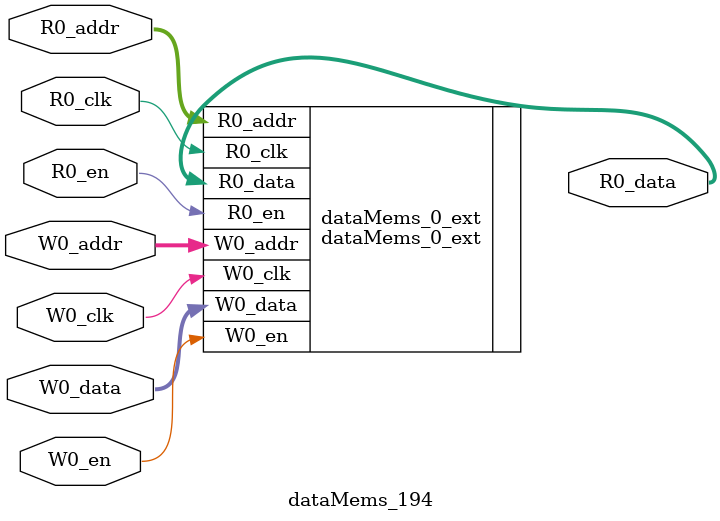
<source format=sv>
`ifndef RANDOMIZE
  `ifdef RANDOMIZE_REG_INIT
    `define RANDOMIZE
  `endif // RANDOMIZE_REG_INIT
`endif // not def RANDOMIZE
`ifndef RANDOMIZE
  `ifdef RANDOMIZE_MEM_INIT
    `define RANDOMIZE
  `endif // RANDOMIZE_MEM_INIT
`endif // not def RANDOMIZE

`ifndef RANDOM
  `define RANDOM $random
`endif // not def RANDOM

// Users can define 'PRINTF_COND' to add an extra gate to prints.
`ifndef PRINTF_COND_
  `ifdef PRINTF_COND
    `define PRINTF_COND_ (`PRINTF_COND)
  `else  // PRINTF_COND
    `define PRINTF_COND_ 1
  `endif // PRINTF_COND
`endif // not def PRINTF_COND_

// Users can define 'ASSERT_VERBOSE_COND' to add an extra gate to assert error printing.
`ifndef ASSERT_VERBOSE_COND_
  `ifdef ASSERT_VERBOSE_COND
    `define ASSERT_VERBOSE_COND_ (`ASSERT_VERBOSE_COND)
  `else  // ASSERT_VERBOSE_COND
    `define ASSERT_VERBOSE_COND_ 1
  `endif // ASSERT_VERBOSE_COND
`endif // not def ASSERT_VERBOSE_COND_

// Users can define 'STOP_COND' to add an extra gate to stop conditions.
`ifndef STOP_COND_
  `ifdef STOP_COND
    `define STOP_COND_ (`STOP_COND)
  `else  // STOP_COND
    `define STOP_COND_ 1
  `endif // STOP_COND
`endif // not def STOP_COND_

// Users can define INIT_RANDOM as general code that gets injected into the
// initializer block for modules with registers.
`ifndef INIT_RANDOM
  `define INIT_RANDOM
`endif // not def INIT_RANDOM

// If using random initialization, you can also define RANDOMIZE_DELAY to
// customize the delay used, otherwise 0.002 is used.
`ifndef RANDOMIZE_DELAY
  `define RANDOMIZE_DELAY 0.002
`endif // not def RANDOMIZE_DELAY

// Define INIT_RANDOM_PROLOG_ for use in our modules below.
`ifndef INIT_RANDOM_PROLOG_
  `ifdef RANDOMIZE
    `ifdef VERILATOR
      `define INIT_RANDOM_PROLOG_ `INIT_RANDOM
    `else  // VERILATOR
      `define INIT_RANDOM_PROLOG_ `INIT_RANDOM #`RANDOMIZE_DELAY begin end
    `endif // VERILATOR
  `else  // RANDOMIZE
    `define INIT_RANDOM_PROLOG_
  `endif // RANDOMIZE
`endif // not def INIT_RANDOM_PROLOG_

// Include register initializers in init blocks unless synthesis is set
`ifndef SYNTHESIS
  `ifndef ENABLE_INITIAL_REG_
    `define ENABLE_INITIAL_REG_
  `endif // not def ENABLE_INITIAL_REG_
`endif // not def SYNTHESIS

// Include rmemory initializers in init blocks unless synthesis is set
`ifndef SYNTHESIS
  `ifndef ENABLE_INITIAL_MEM_
    `define ENABLE_INITIAL_MEM_
  `endif // not def ENABLE_INITIAL_MEM_
`endif // not def SYNTHESIS

module dataMems_194(	// @[generators/ara/src/main/scala/UnsafeAXI4ToTL.scala:365:62]
  input  [4:0]   R0_addr,
  input          R0_en,
  input          R0_clk,
  output [130:0] R0_data,
  input  [4:0]   W0_addr,
  input          W0_en,
  input          W0_clk,
  input  [130:0] W0_data
);

  dataMems_0_ext dataMems_0_ext (	// @[generators/ara/src/main/scala/UnsafeAXI4ToTL.scala:365:62]
    .R0_addr (R0_addr),
    .R0_en   (R0_en),
    .R0_clk  (R0_clk),
    .R0_data (R0_data),
    .W0_addr (W0_addr),
    .W0_en   (W0_en),
    .W0_clk  (W0_clk),
    .W0_data (W0_data)
  );
endmodule


</source>
